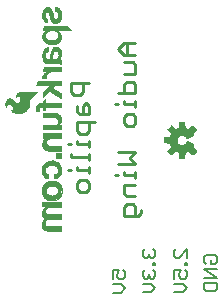
<source format=gbr>
G04 EAGLE Gerber RS-274X export*
G75*
%MOMM*%
%FSLAX34Y34*%
%LPD*%
%INSilkscreen Bottom*%
%IPPOS*%
%AMOC8*
5,1,8,0,0,1.08239X$1,22.5*%
G01*
%ADD10C,0.279400*%
%ADD11C,0.203200*%
%ADD12C,0.025400*%
%ADD13R,0.485100X0.495300*%

G36*
X169575Y168530D02*
X169575Y168530D01*
X169683Y168544D01*
X169695Y168550D01*
X169709Y168552D01*
X169805Y168604D01*
X169902Y168651D01*
X169912Y168661D01*
X169924Y168667D01*
X169998Y168747D01*
X170075Y168823D01*
X170081Y168835D01*
X170091Y168846D01*
X170136Y168944D01*
X170184Y169041D01*
X170188Y169059D01*
X170192Y169068D01*
X170194Y169089D01*
X170213Y169186D01*
X170656Y173537D01*
X171815Y173908D01*
X171833Y173918D01*
X171930Y173956D01*
X173012Y174513D01*
X176402Y171749D01*
X176496Y171695D01*
X176588Y171638D01*
X176601Y171635D01*
X176613Y171628D01*
X176720Y171607D01*
X176825Y171582D01*
X176839Y171584D01*
X176853Y171581D01*
X176960Y171596D01*
X177068Y171606D01*
X177081Y171612D01*
X177095Y171614D01*
X177192Y171662D01*
X177291Y171707D01*
X177304Y171718D01*
X177313Y171722D01*
X177328Y171738D01*
X177405Y171800D01*
X179990Y174385D01*
X180053Y174474D01*
X180119Y174559D01*
X180124Y174572D01*
X180132Y174584D01*
X180163Y174687D01*
X180199Y174790D01*
X180199Y174804D01*
X180203Y174817D01*
X180199Y174925D01*
X180200Y175034D01*
X180195Y175047D01*
X180195Y175061D01*
X180157Y175163D01*
X180122Y175265D01*
X180113Y175280D01*
X180109Y175289D01*
X180095Y175306D01*
X180041Y175388D01*
X177277Y178778D01*
X177834Y179860D01*
X177851Y179913D01*
X177877Y179962D01*
X177888Y180028D01*
X177909Y180092D01*
X177908Y180148D01*
X177917Y180202D01*
X177906Y180269D01*
X177905Y180336D01*
X177887Y180388D01*
X177878Y180443D01*
X177846Y180503D01*
X177823Y180566D01*
X177789Y180609D01*
X177763Y180659D01*
X177714Y180705D01*
X177672Y180757D01*
X177625Y180788D01*
X177585Y180826D01*
X177480Y180882D01*
X177467Y180890D01*
X177462Y180891D01*
X177455Y180895D01*
X172258Y183048D01*
X172159Y183071D01*
X172061Y183100D01*
X172040Y183099D01*
X172020Y183104D01*
X171919Y183094D01*
X171818Y183089D01*
X171798Y183082D01*
X171777Y183080D01*
X171685Y183038D01*
X171590Y183001D01*
X171574Y182988D01*
X171555Y182979D01*
X171481Y182910D01*
X171403Y182845D01*
X171387Y182822D01*
X171377Y182812D01*
X171365Y182791D01*
X171318Y182724D01*
X170812Y181825D01*
X170168Y181138D01*
X169380Y180623D01*
X168492Y180311D01*
X167555Y180219D01*
X166623Y180352D01*
X165749Y180703D01*
X164984Y181252D01*
X164371Y181966D01*
X163946Y182806D01*
X163732Y183723D01*
X163742Y184664D01*
X163976Y185576D01*
X164419Y186406D01*
X165048Y187107D01*
X165825Y187639D01*
X166706Y187970D01*
X167641Y188083D01*
X168558Y187975D01*
X169426Y187655D01*
X170195Y187141D01*
X170822Y186462D01*
X171317Y185578D01*
X171381Y185498D01*
X171441Y185415D01*
X171457Y185403D01*
X171470Y185387D01*
X171556Y185332D01*
X171639Y185272D01*
X171658Y185266D01*
X171675Y185256D01*
X171774Y185231D01*
X171873Y185201D01*
X171892Y185202D01*
X171912Y185197D01*
X172014Y185206D01*
X172116Y185209D01*
X172141Y185217D01*
X172155Y185218D01*
X172177Y185228D01*
X172258Y185252D01*
X177455Y187405D01*
X177502Y187434D01*
X177554Y187455D01*
X177605Y187498D01*
X177662Y187534D01*
X177697Y187577D01*
X177740Y187613D01*
X177774Y187670D01*
X177817Y187722D01*
X177836Y187774D01*
X177865Y187822D01*
X177879Y187888D01*
X177903Y187951D01*
X177905Y188006D01*
X177916Y188060D01*
X177909Y188127D01*
X177911Y188194D01*
X177895Y188248D01*
X177888Y188303D01*
X177844Y188414D01*
X177840Y188428D01*
X177837Y188432D01*
X177834Y188440D01*
X177277Y189522D01*
X180041Y192912D01*
X180095Y193006D01*
X180152Y193098D01*
X180155Y193111D01*
X180162Y193123D01*
X180183Y193230D01*
X180208Y193335D01*
X180206Y193349D01*
X180209Y193363D01*
X180194Y193470D01*
X180184Y193578D01*
X180178Y193591D01*
X180176Y193605D01*
X180128Y193702D01*
X180083Y193801D01*
X180072Y193814D01*
X180068Y193823D01*
X180052Y193838D01*
X179990Y193915D01*
X177405Y196500D01*
X177316Y196563D01*
X177231Y196629D01*
X177218Y196634D01*
X177206Y196642D01*
X177103Y196673D01*
X177000Y196709D01*
X176986Y196709D01*
X176973Y196713D01*
X176865Y196709D01*
X176756Y196710D01*
X176743Y196705D01*
X176729Y196705D01*
X176627Y196667D01*
X176525Y196632D01*
X176510Y196623D01*
X176501Y196619D01*
X176484Y196605D01*
X176402Y196551D01*
X173012Y193787D01*
X171930Y194344D01*
X171910Y194350D01*
X171815Y194392D01*
X170656Y194763D01*
X170213Y199114D01*
X170185Y199218D01*
X170160Y199324D01*
X170153Y199336D01*
X170150Y199349D01*
X170089Y199439D01*
X170032Y199532D01*
X170021Y199540D01*
X170013Y199552D01*
X169927Y199618D01*
X169843Y199687D01*
X169830Y199691D01*
X169819Y199700D01*
X169716Y199734D01*
X169615Y199773D01*
X169597Y199774D01*
X169588Y199778D01*
X169566Y199778D01*
X169468Y199787D01*
X165812Y199787D01*
X165705Y199770D01*
X165597Y199756D01*
X165585Y199750D01*
X165571Y199748D01*
X165475Y199696D01*
X165378Y199649D01*
X165368Y199639D01*
X165356Y199633D01*
X165282Y199553D01*
X165205Y199477D01*
X165199Y199465D01*
X165189Y199455D01*
X165144Y199356D01*
X165096Y199259D01*
X165092Y199241D01*
X165088Y199232D01*
X165086Y199211D01*
X165067Y199114D01*
X164624Y194763D01*
X163465Y194392D01*
X163447Y194382D01*
X163350Y194344D01*
X162268Y193787D01*
X158878Y196551D01*
X158784Y196605D01*
X158692Y196662D01*
X158679Y196665D01*
X158667Y196672D01*
X158560Y196693D01*
X158455Y196718D01*
X158441Y196716D01*
X158427Y196719D01*
X158320Y196704D01*
X158212Y196694D01*
X158199Y196688D01*
X158186Y196686D01*
X158088Y196638D01*
X157989Y196593D01*
X157976Y196582D01*
X157967Y196578D01*
X157952Y196562D01*
X157875Y196500D01*
X155290Y193915D01*
X155227Y193826D01*
X155161Y193741D01*
X155156Y193728D01*
X155148Y193716D01*
X155117Y193613D01*
X155081Y193510D01*
X155081Y193496D01*
X155077Y193483D01*
X155081Y193375D01*
X155080Y193266D01*
X155085Y193253D01*
X155085Y193239D01*
X155123Y193137D01*
X155158Y193035D01*
X155167Y193020D01*
X155171Y193011D01*
X155185Y192994D01*
X155239Y192912D01*
X158003Y189522D01*
X157446Y188440D01*
X157440Y188420D01*
X157398Y188325D01*
X157027Y187166D01*
X152676Y186723D01*
X152572Y186695D01*
X152466Y186670D01*
X152454Y186663D01*
X152441Y186660D01*
X152351Y186599D01*
X152258Y186542D01*
X152250Y186531D01*
X152238Y186523D01*
X152172Y186437D01*
X152104Y186353D01*
X152099Y186340D01*
X152090Y186329D01*
X152056Y186226D01*
X152017Y186125D01*
X152016Y186107D01*
X152012Y186098D01*
X152013Y186076D01*
X152003Y185978D01*
X152003Y182322D01*
X152020Y182215D01*
X152034Y182107D01*
X152040Y182095D01*
X152042Y182081D01*
X152094Y181985D01*
X152141Y181888D01*
X152151Y181878D01*
X152157Y181866D01*
X152237Y181792D01*
X152313Y181715D01*
X152325Y181709D01*
X152336Y181699D01*
X152434Y181654D01*
X152531Y181606D01*
X152549Y181602D01*
X152558Y181598D01*
X152579Y181596D01*
X152676Y181577D01*
X157027Y181134D01*
X157398Y179975D01*
X157408Y179957D01*
X157446Y179860D01*
X158003Y178778D01*
X155239Y175388D01*
X155185Y175294D01*
X155128Y175202D01*
X155125Y175189D01*
X155118Y175177D01*
X155097Y175070D01*
X155072Y174965D01*
X155074Y174951D01*
X155071Y174937D01*
X155086Y174830D01*
X155096Y174722D01*
X155102Y174709D01*
X155104Y174696D01*
X155152Y174598D01*
X155197Y174499D01*
X155208Y174486D01*
X155212Y174477D01*
X155228Y174462D01*
X155290Y174385D01*
X157875Y171800D01*
X157964Y171737D01*
X158049Y171671D01*
X158062Y171666D01*
X158074Y171658D01*
X158177Y171627D01*
X158280Y171591D01*
X158294Y171591D01*
X158307Y171587D01*
X158415Y171591D01*
X158524Y171590D01*
X158537Y171595D01*
X158551Y171595D01*
X158653Y171633D01*
X158755Y171668D01*
X158770Y171677D01*
X158779Y171681D01*
X158796Y171695D01*
X158878Y171749D01*
X162268Y174513D01*
X163350Y173956D01*
X163370Y173950D01*
X163465Y173908D01*
X164624Y173537D01*
X165067Y169186D01*
X165095Y169082D01*
X165120Y168976D01*
X165127Y168964D01*
X165130Y168951D01*
X165191Y168861D01*
X165248Y168768D01*
X165259Y168760D01*
X165267Y168748D01*
X165353Y168682D01*
X165437Y168614D01*
X165450Y168609D01*
X165461Y168600D01*
X165564Y168566D01*
X165665Y168527D01*
X165683Y168526D01*
X165692Y168522D01*
X165714Y168523D01*
X165812Y168513D01*
X169468Y168513D01*
X169575Y168530D01*
G37*
G36*
X29596Y206295D02*
X29596Y206295D01*
X29608Y206292D01*
X31515Y206580D01*
X31525Y206586D01*
X31537Y206586D01*
X33361Y207214D01*
X33370Y207221D01*
X33382Y207223D01*
X35063Y208170D01*
X35069Y208178D01*
X35080Y208181D01*
X36187Y209066D01*
X36191Y209074D01*
X36200Y209078D01*
X36227Y209106D01*
X36703Y209611D01*
X37172Y210109D01*
X37174Y210115D01*
X37176Y210116D01*
X37178Y210119D01*
X37183Y210123D01*
X38000Y211280D01*
X38002Y211290D01*
X38010Y211298D01*
X38610Y212528D01*
X38611Y212539D01*
X38619Y212549D01*
X38987Y213868D01*
X38985Y213879D01*
X38991Y213890D01*
X39115Y215254D01*
X39114Y215257D01*
X39114Y215258D01*
X39113Y215260D01*
X39115Y215265D01*
X39115Y217540D01*
X39180Y217908D01*
X39307Y218259D01*
X39896Y219249D01*
X40678Y220103D01*
X46160Y224975D01*
X46162Y224979D01*
X46167Y224981D01*
X46183Y225023D01*
X46202Y225064D01*
X46200Y225068D01*
X46202Y225073D01*
X46183Y225114D01*
X46168Y225156D01*
X46163Y225158D01*
X46161Y225162D01*
X46088Y225191D01*
X46077Y225195D01*
X46076Y225195D01*
X30912Y225195D01*
X30907Y225193D01*
X30901Y225195D01*
X30070Y225125D01*
X30059Y225119D01*
X30044Y225120D01*
X29245Y224880D01*
X29235Y224872D01*
X29221Y224870D01*
X28489Y224469D01*
X28481Y224459D01*
X28468Y224454D01*
X27918Y223984D01*
X27913Y223973D01*
X27901Y223966D01*
X27456Y223396D01*
X27453Y223384D01*
X27443Y223374D01*
X27122Y222726D01*
X27121Y222714D01*
X27113Y222702D01*
X26929Y222003D01*
X26931Y221992D01*
X26925Y221981D01*
X26852Y221041D01*
X26855Y221032D01*
X26852Y221021D01*
X26925Y220081D01*
X26927Y220077D01*
X26926Y220071D01*
X27002Y219588D01*
X27027Y219549D01*
X27048Y219509D01*
X27052Y219508D01*
X27054Y219505D01*
X27099Y219495D01*
X27143Y219483D01*
X27147Y219485D01*
X27151Y219484D01*
X27189Y219509D01*
X27228Y219533D01*
X27229Y219537D01*
X27233Y219539D01*
X27241Y219580D01*
X27253Y219620D01*
X27237Y219778D01*
X27265Y219916D01*
X27336Y220049D01*
X27935Y220873D01*
X28033Y220974D01*
X28049Y220991D01*
X28187Y221063D01*
X28602Y221156D01*
X29030Y221156D01*
X29446Y221063D01*
X29850Y220857D01*
X30178Y220544D01*
X30543Y219938D01*
X30750Y219260D01*
X30785Y218549D01*
X30688Y217939D01*
X30490Y217353D01*
X30197Y216810D01*
X29832Y216385D01*
X29372Y216070D01*
X28847Y215884D01*
X28291Y215841D01*
X27743Y215943D01*
X27240Y216183D01*
X26805Y216553D01*
X25264Y218006D01*
X25254Y218009D01*
X25248Y218018D01*
X23490Y219205D01*
X23477Y219207D01*
X23467Y219217D01*
X22779Y219497D01*
X22764Y219496D01*
X22749Y219505D01*
X22014Y219604D01*
X21999Y219600D01*
X21982Y219605D01*
X21245Y219518D01*
X21232Y219510D01*
X21214Y219510D01*
X20522Y219243D01*
X20511Y219232D01*
X20494Y219228D01*
X19891Y218797D01*
X19884Y218787D01*
X19872Y218781D01*
X19724Y218625D01*
X19724Y218624D01*
X19485Y218372D01*
X19247Y218120D01*
X19246Y218120D01*
X19214Y218085D01*
X19211Y218077D01*
X19203Y218072D01*
X18643Y217295D01*
X18640Y217285D01*
X18632Y217277D01*
X18244Y216497D01*
X18243Y216485D01*
X18235Y216474D01*
X18004Y215634D01*
X18005Y215622D01*
X17999Y215610D01*
X17933Y214742D01*
X17937Y214732D01*
X17933Y214720D01*
X18019Y213820D01*
X18023Y213811D01*
X18022Y213801D01*
X18242Y212923D01*
X18248Y212915D01*
X18249Y212903D01*
X18350Y212675D01*
X18502Y212319D01*
X18502Y212318D01*
X18723Y211814D01*
X18734Y211804D01*
X18739Y211787D01*
X19077Y211352D01*
X19084Y211349D01*
X19088Y211341D01*
X19113Y211316D01*
X19114Y211313D01*
X19206Y211278D01*
X19295Y211319D01*
X19328Y211404D01*
X19328Y212007D01*
X19386Y212518D01*
X19524Y213008D01*
X19779Y213489D01*
X20149Y213884D01*
X20609Y214170D01*
X21128Y214327D01*
X21431Y214339D01*
X21731Y214280D01*
X22225Y214074D01*
X22683Y213791D01*
X23093Y213440D01*
X23447Y213028D01*
X24098Y212126D01*
X24347Y211638D01*
X24445Y211109D01*
X24387Y210570D01*
X24322Y210396D01*
X24073Y210035D01*
X23734Y209761D01*
X23632Y209717D01*
X23511Y209701D01*
X22631Y209701D01*
X22590Y209684D01*
X22548Y209670D01*
X22546Y209665D01*
X22540Y209663D01*
X22524Y209622D01*
X22505Y209582D01*
X22507Y209576D01*
X22505Y209571D01*
X22517Y209544D01*
X22533Y209495D01*
X23454Y208369D01*
X23466Y208363D01*
X23473Y208351D01*
X24610Y207444D01*
X24621Y207441D01*
X24629Y207432D01*
X25563Y206930D01*
X25573Y206929D01*
X25581Y206923D01*
X26579Y206565D01*
X26588Y206565D01*
X26597Y206560D01*
X27636Y206353D01*
X27647Y206355D01*
X27657Y206351D01*
X29585Y206291D01*
X29596Y206295D01*
G37*
G36*
X59646Y264821D02*
X59646Y264821D01*
X59656Y264826D01*
X59668Y264824D01*
X61044Y265147D01*
X61053Y265154D01*
X61065Y265154D01*
X62365Y265710D01*
X62373Y265718D01*
X62384Y265720D01*
X63569Y266492D01*
X63575Y266501D01*
X63586Y266506D01*
X64293Y267163D01*
X64297Y267173D01*
X64307Y267179D01*
X64892Y267947D01*
X64894Y267958D01*
X64903Y267965D01*
X65349Y268821D01*
X65350Y268832D01*
X65358Y268841D01*
X65652Y269760D01*
X65651Y269770D01*
X65657Y269780D01*
X65846Y270992D01*
X65844Y271001D01*
X65847Y271010D01*
X65864Y272237D01*
X65861Y272245D01*
X65863Y272255D01*
X65708Y273472D01*
X65703Y273482D01*
X65703Y273494D01*
X65439Y274338D01*
X65431Y274348D01*
X65428Y274363D01*
X64991Y275132D01*
X64981Y275140D01*
X64976Y275154D01*
X64386Y275814D01*
X64374Y275820D01*
X64366Y275832D01*
X63650Y276352D01*
X63648Y276353D01*
X74752Y276353D01*
X74796Y276371D01*
X74840Y276388D01*
X74840Y276390D01*
X74843Y276391D01*
X74860Y276435D01*
X74878Y276479D01*
X74877Y276481D01*
X74878Y276483D01*
X74869Y276504D01*
X74846Y276564D01*
X71112Y280704D01*
X71106Y280706D01*
X71103Y280712D01*
X71043Y280736D01*
X71023Y280745D01*
X71020Y280744D01*
X71018Y280745D01*
X50444Y280745D01*
X50407Y280730D01*
X50368Y280720D01*
X50362Y280711D01*
X50353Y280707D01*
X50342Y280679D01*
X50320Y280643D01*
X49584Y276757D01*
X49587Y276742D01*
X49582Y276727D01*
X49597Y276695D01*
X49605Y276660D01*
X49618Y276652D01*
X49624Y276639D01*
X49663Y276624D01*
X49688Y276608D01*
X49699Y276611D01*
X49710Y276607D01*
X51627Y276631D01*
X51478Y276497D01*
X51477Y276496D01*
X51476Y276496D01*
X50511Y275607D01*
X50509Y275601D01*
X50502Y275597D01*
X50201Y275254D01*
X50197Y275243D01*
X50187Y275235D01*
X49954Y274841D01*
X49953Y274832D01*
X49946Y274824D01*
X49413Y273503D01*
X49413Y273492D01*
X49407Y273482D01*
X49305Y273000D01*
X49307Y272988D01*
X49302Y272976D01*
X49277Y270995D01*
X49281Y270984D01*
X49279Y270972D01*
X49462Y269887D01*
X49469Y269877D01*
X49469Y269863D01*
X49869Y268838D01*
X49877Y268831D01*
X49879Y268819D01*
X50420Y267917D01*
X50426Y267912D01*
X50429Y267903D01*
X51082Y267079D01*
X51092Y267073D01*
X51097Y267063D01*
X51987Y266271D01*
X52000Y266267D01*
X52009Y266255D01*
X53050Y265676D01*
X53062Y265674D01*
X53073Y265666D01*
X55186Y264992D01*
X55197Y264993D01*
X55208Y264987D01*
X57408Y264704D01*
X57419Y264707D01*
X57431Y264703D01*
X59646Y264821D01*
G37*
G36*
X65407Y106682D02*
X65407Y106682D01*
X65409Y106681D01*
X65452Y106701D01*
X65496Y106719D01*
X65496Y106721D01*
X65498Y106722D01*
X65531Y106807D01*
X65531Y111049D01*
X65530Y111051D01*
X65531Y111053D01*
X65511Y111096D01*
X65493Y111140D01*
X65491Y111140D01*
X65490Y111142D01*
X65405Y111175D01*
X55126Y111175D01*
X54246Y111282D01*
X53424Y111594D01*
X53041Y111855D01*
X52727Y112198D01*
X52501Y112604D01*
X52373Y113052D01*
X52305Y113956D01*
X52397Y114859D01*
X52523Y115269D01*
X52733Y115641D01*
X53019Y115959D01*
X53547Y116344D01*
X54142Y116617D01*
X54781Y116766D01*
X55884Y116841D01*
X65405Y116841D01*
X65407Y116842D01*
X65409Y116841D01*
X65452Y116861D01*
X65496Y116879D01*
X65496Y116881D01*
X65498Y116882D01*
X65531Y116967D01*
X65531Y121285D01*
X65530Y121287D01*
X65531Y121289D01*
X65511Y121332D01*
X65493Y121376D01*
X65491Y121376D01*
X65490Y121378D01*
X65405Y121411D01*
X54846Y121411D01*
X54183Y121491D01*
X53564Y121722D01*
X53017Y122092D01*
X52699Y122439D01*
X52466Y122848D01*
X52330Y123298D01*
X52299Y123775D01*
X52348Y124623D01*
X52430Y125063D01*
X52608Y125467D01*
X52874Y125822D01*
X53818Y126641D01*
X54356Y126925D01*
X54947Y127056D01*
X55569Y127026D01*
X55572Y127027D01*
X55575Y127026D01*
X65380Y127026D01*
X65382Y127027D01*
X65384Y127026D01*
X65427Y127046D01*
X65471Y127064D01*
X65471Y127066D01*
X65473Y127067D01*
X65506Y127152D01*
X65506Y131470D01*
X65505Y131472D01*
X65506Y131474D01*
X65486Y131517D01*
X65468Y131561D01*
X65466Y131561D01*
X65465Y131563D01*
X65380Y131596D01*
X49327Y131596D01*
X49325Y131595D01*
X49323Y131596D01*
X49280Y131576D01*
X49236Y131558D01*
X49236Y131556D01*
X49234Y131555D01*
X49201Y131470D01*
X49201Y127483D01*
X49202Y127481D01*
X49201Y127479D01*
X49221Y127436D01*
X49239Y127392D01*
X49241Y127392D01*
X49242Y127390D01*
X49327Y127357D01*
X51380Y127357D01*
X51373Y127326D01*
X50977Y127024D01*
X50974Y127018D01*
X50966Y127015D01*
X50179Y126253D01*
X50176Y126245D01*
X50169Y126241D01*
X49557Y125479D01*
X49553Y125465D01*
X49540Y125453D01*
X49136Y124563D01*
X49136Y124551D01*
X49128Y124540D01*
X48874Y123448D01*
X48876Y123439D01*
X48871Y123431D01*
X48744Y122059D01*
X48747Y122049D01*
X48744Y122038D01*
X48814Y121081D01*
X48819Y121071D01*
X48818Y121069D01*
X48819Y121067D01*
X48818Y121056D01*
X49079Y120133D01*
X49086Y120123D01*
X49088Y120110D01*
X49491Y119320D01*
X49500Y119312D01*
X49504Y119299D01*
X50050Y118601D01*
X50061Y118595D01*
X50067Y118583D01*
X50736Y118001D01*
X50748Y117998D01*
X50756Y117987D01*
X51414Y117607D01*
X51372Y117565D01*
X50891Y117110D01*
X50890Y117107D01*
X50887Y117106D01*
X50128Y116318D01*
X50125Y116309D01*
X50116Y116304D01*
X49478Y115415D01*
X49476Y115404D01*
X49468Y115396D01*
X49074Y114591D01*
X49074Y114579D01*
X49066Y114568D01*
X48834Y113703D01*
X48836Y113691D01*
X48830Y113679D01*
X48769Y112785D01*
X48772Y112776D01*
X48769Y112765D01*
X48876Y111486D01*
X48880Y111479D01*
X48878Y111472D01*
X49127Y110212D01*
X49133Y110203D01*
X49133Y110191D01*
X49459Y109325D01*
X49469Y109315D01*
X49472Y109300D01*
X49979Y108526D01*
X49991Y108519D01*
X49997Y108505D01*
X50661Y107859D01*
X50672Y107855D01*
X50675Y107850D01*
X50678Y107849D01*
X50682Y107843D01*
X51621Y107255D01*
X51634Y107253D01*
X51644Y107243D01*
X52683Y106857D01*
X52696Y106858D01*
X52708Y106851D01*
X53804Y106682D01*
X53813Y106685D01*
X53823Y106681D01*
X65405Y106681D01*
X65407Y106682D01*
G37*
G36*
X65408Y248043D02*
X65408Y248043D01*
X65434Y248044D01*
X65451Y248063D01*
X65473Y248073D01*
X65484Y248100D01*
X65500Y248118D01*
X65498Y248137D01*
X65506Y248158D01*
X65506Y252192D01*
X65509Y252228D01*
X65500Y252256D01*
X65496Y252296D01*
X65477Y252333D01*
X65455Y252352D01*
X65431Y252384D01*
X65395Y252406D01*
X65378Y252408D01*
X65362Y252420D01*
X65082Y252496D01*
X65079Y252495D01*
X65076Y252497D01*
X64047Y252724D01*
X64024Y252734D01*
X64018Y252740D01*
X64016Y252748D01*
X64017Y252757D01*
X64033Y252781D01*
X64736Y253608D01*
X64740Y253619D01*
X64750Y253628D01*
X65290Y254579D01*
X65291Y254590D01*
X65300Y254600D01*
X65652Y255635D01*
X65651Y255647D01*
X65657Y255657D01*
X65898Y257275D01*
X65895Y257285D01*
X65899Y257296D01*
X65861Y258931D01*
X65856Y258942D01*
X65858Y258956D01*
X65550Y260328D01*
X65542Y260339D01*
X65541Y260354D01*
X64935Y261623D01*
X64925Y261632D01*
X64921Y261646D01*
X64579Y262094D01*
X64569Y262100D01*
X64563Y262112D01*
X64143Y262489D01*
X64132Y262493D01*
X64124Y262503D01*
X63641Y262795D01*
X63630Y262797D01*
X63620Y262805D01*
X62627Y263178D01*
X62616Y263178D01*
X62605Y263184D01*
X61561Y263373D01*
X61550Y263370D01*
X61538Y263375D01*
X60477Y263372D01*
X60465Y263367D01*
X60450Y263369D01*
X59509Y263163D01*
X59497Y263154D01*
X59480Y263153D01*
X58618Y262724D01*
X58609Y262714D01*
X58594Y262709D01*
X57985Y262211D01*
X57979Y262200D01*
X57967Y262193D01*
X57469Y261583D01*
X57466Y261571D01*
X57455Y261562D01*
X57089Y260866D01*
X57088Y260855D01*
X57081Y260846D01*
X56597Y259361D01*
X56598Y259353D01*
X56593Y259344D01*
X56315Y257807D01*
X56316Y257803D01*
X56313Y257798D01*
X56085Y255592D01*
X55859Y254286D01*
X55694Y253817D01*
X55448Y253389D01*
X55187Y253105D01*
X55100Y253045D01*
X55003Y253003D01*
X54482Y252892D01*
X53951Y252892D01*
X53430Y253003D01*
X53116Y253142D01*
X52837Y253341D01*
X52603Y253594D01*
X52410Y253908D01*
X52282Y254254D01*
X52221Y254623D01*
X52171Y255978D01*
X52225Y256565D01*
X52390Y257126D01*
X52645Y257590D01*
X53001Y257980D01*
X53439Y258275D01*
X53934Y258459D01*
X54466Y258522D01*
X54508Y258522D01*
X54510Y258523D01*
X54512Y258522D01*
X54555Y258542D01*
X54599Y258560D01*
X54599Y258562D01*
X54601Y258563D01*
X54634Y258648D01*
X54634Y262789D01*
X54636Y262790D01*
X54646Y262832D01*
X54660Y262874D01*
X54657Y262880D01*
X54658Y262886D01*
X54642Y262911D01*
X54622Y262956D01*
X54596Y262981D01*
X54553Y262997D01*
X54504Y263016D01*
X54461Y262996D01*
X54418Y262977D01*
X53527Y262855D01*
X53516Y262849D01*
X53501Y262849D01*
X52560Y262515D01*
X52550Y262506D01*
X52536Y262503D01*
X51683Y261984D01*
X51675Y261973D01*
X51662Y261968D01*
X50932Y261285D01*
X50927Y261273D01*
X50915Y261265D01*
X50341Y260448D01*
X50338Y260436D01*
X50329Y260427D01*
X49800Y259269D01*
X49800Y259259D01*
X49793Y259250D01*
X49459Y258021D01*
X49460Y258012D01*
X49456Y258003D01*
X49242Y256263D01*
X49245Y256255D01*
X49242Y256247D01*
X49250Y254493D01*
X49253Y254486D01*
X49251Y254477D01*
X49481Y252738D01*
X49486Y252730D01*
X49485Y252719D01*
X49910Y251305D01*
X49918Y251296D01*
X49919Y251282D01*
X50613Y249979D01*
X50623Y249970D01*
X50628Y249956D01*
X51111Y249394D01*
X51125Y249387D01*
X51134Y249373D01*
X51739Y248946D01*
X51754Y248943D01*
X51766Y248931D01*
X52457Y248664D01*
X52472Y248665D01*
X52487Y248657D01*
X53223Y248566D01*
X53230Y248568D01*
X53238Y248565D01*
X58064Y248565D01*
X58066Y248566D01*
X58068Y248565D01*
X58083Y248572D01*
X58167Y248540D01*
X62505Y248565D01*
X63842Y248463D01*
X65137Y248114D01*
X65336Y248040D01*
X65361Y248041D01*
X65384Y248032D01*
X65408Y248043D01*
G37*
G36*
X65445Y218598D02*
X65445Y218598D01*
X65457Y218596D01*
X65488Y218618D01*
X65524Y218635D01*
X65528Y218646D01*
X65537Y218652D01*
X65542Y218682D01*
X65556Y218720D01*
X65531Y223800D01*
X65524Y223817D01*
X65526Y223835D01*
X65504Y223864D01*
X65492Y223890D01*
X65480Y223895D01*
X65470Y223907D01*
X58492Y228140D01*
X58698Y228352D01*
X58820Y228479D01*
X58943Y228605D01*
X59311Y228984D01*
X59434Y229110D01*
X59557Y229236D01*
X59925Y229615D01*
X60047Y229741D01*
X60099Y229795D01*
X65507Y229795D01*
X65509Y229796D01*
X65511Y229795D01*
X65554Y229815D01*
X65598Y229833D01*
X65598Y229835D01*
X65600Y229836D01*
X65633Y229921D01*
X65633Y234061D01*
X65632Y234064D01*
X65633Y234067D01*
X65596Y234150D01*
X65545Y234201D01*
X65542Y234203D01*
X65541Y234205D01*
X65456Y234238D01*
X46126Y234238D01*
X46107Y234230D01*
X46087Y234232D01*
X46060Y234211D01*
X46035Y234200D01*
X46030Y234186D01*
X46016Y234175D01*
X43654Y230035D01*
X43650Y230000D01*
X43638Y229968D01*
X43645Y229953D01*
X43643Y229937D01*
X43665Y229910D01*
X43679Y229879D01*
X43695Y229872D01*
X43705Y229860D01*
X43732Y229858D01*
X43764Y229846D01*
X55194Y229846D01*
X49720Y224371D01*
X49719Y224368D01*
X49716Y224367D01*
X49683Y224282D01*
X49683Y219608D01*
X49683Y219606D01*
X49683Y219605D01*
X49703Y219561D01*
X49721Y219517D01*
X49723Y219517D01*
X49724Y219515D01*
X49768Y219499D01*
X49813Y219482D01*
X49815Y219483D01*
X49816Y219482D01*
X49899Y219520D01*
X55465Y225211D01*
X65360Y218614D01*
X65398Y218607D01*
X65435Y218593D01*
X65445Y218598D01*
G37*
G36*
X65407Y192382D02*
X65407Y192382D01*
X65409Y192381D01*
X65452Y192401D01*
X65496Y192419D01*
X65496Y192421D01*
X65498Y192422D01*
X65531Y192507D01*
X65531Y196520D01*
X65530Y196522D01*
X65531Y196524D01*
X65511Y196567D01*
X65493Y196611D01*
X65491Y196611D01*
X65490Y196613D01*
X65405Y196646D01*
X63348Y196646D01*
X63989Y197153D01*
X63993Y197161D01*
X64002Y197165D01*
X64051Y197217D01*
X64171Y197343D01*
X64291Y197469D01*
X64410Y197595D01*
X64530Y197722D01*
X64650Y197848D01*
X64770Y197974D01*
X64787Y197992D01*
X64790Y198001D01*
X64798Y198006D01*
X65457Y198936D01*
X65459Y198945D01*
X65467Y198953D01*
X65590Y199198D01*
X65590Y199209D01*
X65597Y199218D01*
X65678Y199480D01*
X65677Y199489D01*
X65682Y199498D01*
X65906Y200976D01*
X65903Y200984D01*
X65907Y200992D01*
X65937Y202486D01*
X65933Y202496D01*
X65936Y202507D01*
X65789Y203540D01*
X65783Y203551D01*
X65783Y203564D01*
X65440Y204550D01*
X65432Y204559D01*
X65430Y204572D01*
X64904Y205474D01*
X64894Y205481D01*
X64889Y205494D01*
X64661Y205748D01*
X64650Y205754D01*
X64642Y205765D01*
X63757Y206426D01*
X63746Y206428D01*
X63737Y206438D01*
X62747Y206926D01*
X62735Y206926D01*
X62725Y206934D01*
X61662Y207234D01*
X61651Y207232D01*
X61639Y207238D01*
X60540Y207339D01*
X60534Y207337D01*
X60528Y207339D01*
X49733Y207339D01*
X49731Y207338D01*
X49729Y207339D01*
X49686Y207319D01*
X49642Y207301D01*
X49642Y207299D01*
X49640Y207298D01*
X49607Y207213D01*
X49607Y203073D01*
X49608Y203071D01*
X49607Y203069D01*
X49627Y203026D01*
X49645Y202982D01*
X49647Y202982D01*
X49648Y202980D01*
X49733Y202947D01*
X59730Y202947D01*
X60560Y202798D01*
X61328Y202455D01*
X61690Y202183D01*
X61991Y201842D01*
X62216Y201447D01*
X62439Y200758D01*
X62519Y200039D01*
X62452Y199318D01*
X62240Y198627D01*
X61952Y198117D01*
X61555Y197686D01*
X61070Y197359D01*
X60520Y197150D01*
X59316Y196925D01*
X58086Y196849D01*
X49784Y196849D01*
X49782Y196848D01*
X49780Y196849D01*
X49737Y196829D01*
X49693Y196811D01*
X49693Y196809D01*
X49691Y196808D01*
X49658Y196723D01*
X49658Y192507D01*
X49659Y192505D01*
X49658Y192503D01*
X49678Y192460D01*
X49696Y192416D01*
X49698Y192416D01*
X49699Y192414D01*
X49784Y192381D01*
X65405Y192381D01*
X65407Y192382D01*
G37*
G36*
X65382Y175237D02*
X65382Y175237D01*
X65384Y175236D01*
X65427Y175256D01*
X65471Y175274D01*
X65471Y175276D01*
X65473Y175277D01*
X65506Y175362D01*
X65506Y179451D01*
X65505Y179453D01*
X65506Y179455D01*
X65486Y179498D01*
X65468Y179542D01*
X65466Y179542D01*
X65465Y179544D01*
X65380Y179577D01*
X55734Y179577D01*
X55016Y179642D01*
X54328Y179833D01*
X53686Y180143D01*
X53299Y180439D01*
X52990Y180813D01*
X52773Y181248D01*
X52696Y181548D01*
X52679Y181864D01*
X52729Y182969D01*
X52816Y183525D01*
X53020Y184041D01*
X53334Y184498D01*
X53903Y185015D01*
X54582Y185378D01*
X55332Y185595D01*
X56115Y185675D01*
X65481Y185675D01*
X65483Y185676D01*
X65485Y185675D01*
X65528Y185695D01*
X65572Y185713D01*
X65572Y185715D01*
X65574Y185716D01*
X65607Y185801D01*
X65607Y190017D01*
X65606Y190019D01*
X65607Y190021D01*
X65587Y190064D01*
X65569Y190108D01*
X65567Y190108D01*
X65566Y190110D01*
X65481Y190143D01*
X49759Y190143D01*
X49757Y190142D01*
X49755Y190143D01*
X49712Y190123D01*
X49668Y190105D01*
X49668Y190103D01*
X49666Y190102D01*
X49633Y190017D01*
X49633Y185979D01*
X49634Y185977D01*
X49633Y185975D01*
X49653Y185932D01*
X49671Y185888D01*
X49673Y185888D01*
X49674Y185886D01*
X49759Y185853D01*
X51827Y185853D01*
X51798Y185811D01*
X51662Y185697D01*
X51284Y185420D01*
X51282Y185416D01*
X51277Y185414D01*
X50804Y185012D01*
X50800Y185005D01*
X50792Y185001D01*
X50376Y184540D01*
X50373Y184530D01*
X50363Y184522D01*
X49796Y183624D01*
X49793Y183611D01*
X49784Y183600D01*
X49415Y182604D01*
X49415Y182591D01*
X49408Y182578D01*
X49253Y181526D01*
X49256Y181516D01*
X49252Y181505D01*
X49260Y181166D01*
X49260Y181165D01*
X49282Y180282D01*
X49292Y179903D01*
X49302Y179499D01*
X49306Y179489D01*
X49304Y179476D01*
X49510Y178499D01*
X49518Y178487D01*
X49519Y178471D01*
X49941Y177566D01*
X49952Y177557D01*
X49956Y177542D01*
X50574Y176757D01*
X50585Y176751D01*
X50591Y176739D01*
X51166Y176250D01*
X51177Y176247D01*
X51184Y176237D01*
X51833Y175853D01*
X51844Y175851D01*
X51853Y175843D01*
X52558Y175574D01*
X52567Y175574D01*
X52576Y175569D01*
X53683Y175329D01*
X53692Y175331D01*
X53700Y175327D01*
X54829Y175236D01*
X54834Y175238D01*
X54839Y175236D01*
X65380Y175236D01*
X65382Y175237D01*
G37*
G36*
X58994Y133428D02*
X58994Y133428D01*
X59002Y133432D01*
X59013Y133431D01*
X61477Y134117D01*
X61491Y134128D01*
X61510Y134132D01*
X62805Y134945D01*
X62814Y134957D01*
X62829Y134965D01*
X63972Y136159D01*
X63976Y136168D01*
X63984Y136173D01*
X64771Y137290D01*
X64775Y137307D01*
X64787Y137322D01*
X65422Y139176D01*
X65421Y139190D01*
X65429Y139204D01*
X65683Y141719D01*
X65678Y141733D01*
X65682Y141749D01*
X65276Y144746D01*
X65264Y144767D01*
X65258Y144796D01*
X63480Y147641D01*
X63468Y147650D01*
X63463Y147659D01*
X63454Y147662D01*
X63441Y147680D01*
X60952Y149280D01*
X60929Y149284D01*
X60904Y149299D01*
X57018Y149909D01*
X56996Y149903D01*
X56970Y149907D01*
X53414Y149094D01*
X53393Y149079D01*
X53364Y149070D01*
X50646Y146936D01*
X50634Y146914D01*
X50611Y146893D01*
X48934Y143515D01*
X48933Y143495D01*
X48922Y143474D01*
X48745Y142001D01*
X48747Y141994D01*
X48744Y141986D01*
X48744Y141935D01*
X48752Y141915D01*
X48753Y141889D01*
X48803Y141762D01*
X48823Y141741D01*
X48835Y141715D01*
X48857Y141706D01*
X48872Y141691D01*
X48895Y141692D01*
X48920Y141682D01*
X51841Y141682D01*
X51881Y141699D01*
X51922Y141711D01*
X51926Y141718D01*
X51932Y141720D01*
X51943Y141748D01*
X51966Y141791D01*
X52116Y142886D01*
X52751Y144034D01*
X53835Y144822D01*
X54724Y145218D01*
X56198Y145492D01*
X58057Y145543D01*
X59306Y145368D01*
X60454Y144993D01*
X61481Y144455D01*
X62489Y142807D01*
X62711Y141059D01*
X62119Y139308D01*
X61138Y138229D01*
X59928Y137686D01*
X58380Y137311D01*
X56955Y137311D01*
X55026Y137562D01*
X53414Y138306D01*
X52605Y139140D01*
X52092Y140093D01*
X51993Y141280D01*
X51993Y141376D01*
X51992Y141379D01*
X51993Y141382D01*
X51973Y141424D01*
X51955Y141467D01*
X51952Y141468D01*
X51950Y141471D01*
X51865Y141502D01*
X51863Y141502D01*
X48893Y141452D01*
X48884Y141448D01*
X48875Y141451D01*
X48840Y141429D01*
X48803Y141412D01*
X48800Y141404D01*
X48792Y141399D01*
X48779Y141347D01*
X48769Y141320D01*
X48771Y141315D01*
X48770Y141310D01*
X49024Y139303D01*
X49030Y139292D01*
X49030Y139278D01*
X49589Y137652D01*
X49600Y137640D01*
X49604Y137621D01*
X50975Y135640D01*
X50988Y135632D01*
X50997Y135616D01*
X52267Y134524D01*
X52283Y134519D01*
X52298Y134505D01*
X54635Y133464D01*
X54652Y133463D01*
X54670Y133454D01*
X56855Y133174D01*
X56870Y133178D01*
X56886Y133174D01*
X58994Y133428D01*
G37*
G36*
X61604Y282652D02*
X61604Y282652D01*
X61612Y282656D01*
X61622Y282655D01*
X62286Y282798D01*
X62296Y282804D01*
X62309Y282805D01*
X62934Y283071D01*
X62943Y283079D01*
X62955Y283082D01*
X63519Y283461D01*
X63526Y283471D01*
X63537Y283476D01*
X64280Y284202D01*
X64284Y284212D01*
X64295Y284218D01*
X64901Y285062D01*
X64903Y285072D01*
X64912Y285081D01*
X65363Y286016D01*
X65364Y286027D01*
X65371Y286037D01*
X65654Y287037D01*
X65652Y287045D01*
X65657Y287054D01*
X65839Y288368D01*
X65838Y288375D01*
X65840Y288381D01*
X65887Y289708D01*
X65885Y289714D01*
X65887Y289721D01*
X65709Y292287D01*
X65704Y292296D01*
X65706Y292306D01*
X65494Y293227D01*
X65486Y293238D01*
X65485Y293252D01*
X65088Y294109D01*
X65081Y294115D01*
X65079Y294124D01*
X64317Y295318D01*
X64311Y295323D01*
X64308Y295331D01*
X63877Y295846D01*
X63866Y295851D01*
X63860Y295863D01*
X63336Y296283D01*
X63325Y296287D01*
X63316Y296297D01*
X62720Y296606D01*
X62711Y296607D01*
X62703Y296614D01*
X61433Y297046D01*
X61423Y297045D01*
X61414Y297050D01*
X60830Y297152D01*
X60823Y297151D01*
X60817Y297154D01*
X60461Y297179D01*
X60454Y297177D01*
X60448Y297179D01*
X60422Y297167D01*
X60392Y297164D01*
X60391Y297163D01*
X60390Y297163D01*
X60381Y297152D01*
X60368Y297147D01*
X60365Y297141D01*
X60359Y297138D01*
X60347Y297108D01*
X60331Y297088D01*
X60331Y297086D01*
X60330Y297085D01*
X60331Y297070D01*
X60326Y297058D01*
X60327Y297056D01*
X60326Y297053D01*
X60326Y293192D01*
X60327Y293190D01*
X60326Y293188D01*
X60346Y293145D01*
X60364Y293101D01*
X60366Y293101D01*
X60367Y293099D01*
X60452Y293066D01*
X60499Y293066D01*
X60996Y293037D01*
X61458Y292891D01*
X61872Y292635D01*
X62315Y292193D01*
X62652Y291666D01*
X62869Y291079D01*
X62942Y290517D01*
X62942Y289187D01*
X62868Y288584D01*
X62671Y288017D01*
X62359Y287504D01*
X62269Y287413D01*
X62144Y287287D01*
X62075Y287217D01*
X61730Y287008D01*
X61345Y286891D01*
X60941Y286874D01*
X60546Y286959D01*
X60184Y287140D01*
X59880Y287405D01*
X59649Y287741D01*
X59179Y288848D01*
X58873Y290021D01*
X58010Y293653D01*
X58005Y293660D01*
X58005Y293669D01*
X57699Y294477D01*
X57693Y294484D01*
X57691Y294494D01*
X57264Y295245D01*
X57257Y295251D01*
X57253Y295261D01*
X56716Y295938D01*
X56706Y295943D01*
X56700Y295954D01*
X56315Y296291D01*
X56302Y296295D01*
X56293Y296306D01*
X55846Y296555D01*
X55833Y296556D01*
X55822Y296565D01*
X55333Y296717D01*
X55321Y296715D01*
X55308Y296722D01*
X54172Y296827D01*
X54159Y296824D01*
X54146Y296827D01*
X53012Y296698D01*
X53001Y296692D01*
X52987Y296693D01*
X51903Y296335D01*
X51894Y296327D01*
X51880Y296325D01*
X51358Y296026D01*
X51351Y296016D01*
X51338Y296011D01*
X50883Y295617D01*
X50878Y295606D01*
X50867Y295599D01*
X50497Y295123D01*
X50494Y295112D01*
X50485Y295103D01*
X49831Y293822D01*
X49830Y293811D01*
X49823Y293801D01*
X49412Y292423D01*
X49413Y292412D01*
X49407Y292400D01*
X49252Y290971D01*
X49254Y290964D01*
X49252Y290957D01*
X49252Y289154D01*
X49254Y289148D01*
X49252Y289141D01*
X49392Y287748D01*
X49397Y287739D01*
X49396Y287728D01*
X49764Y286377D01*
X49772Y286368D01*
X49773Y286354D01*
X50311Y285257D01*
X50321Y285248D01*
X50325Y285234D01*
X51082Y284275D01*
X51092Y284269D01*
X51098Y284258D01*
X51493Y283910D01*
X51502Y283907D01*
X51508Y283898D01*
X51950Y283612D01*
X51960Y283610D01*
X51967Y283603D01*
X52755Y283247D01*
X52760Y283247D01*
X52764Y283243D01*
X53322Y283040D01*
X53356Y283042D01*
X53390Y283035D01*
X53404Y283044D01*
X53416Y283035D01*
X53422Y283037D01*
X53429Y283033D01*
X54140Y282957D01*
X54148Y282960D01*
X54157Y282957D01*
X54194Y282974D01*
X54234Y282986D01*
X54238Y282994D01*
X54246Y282998D01*
X54266Y283048D01*
X54279Y283074D01*
X54277Y283078D01*
X54279Y283083D01*
X54279Y286969D01*
X54261Y287013D01*
X54243Y287057D01*
X54242Y287058D01*
X54241Y287060D01*
X54222Y287067D01*
X54161Y287095D01*
X53901Y287111D01*
X53658Y287166D01*
X53306Y287316D01*
X52993Y287534D01*
X52729Y287810D01*
X52458Y288232D01*
X52269Y288699D01*
X52171Y289195D01*
X52127Y290043D01*
X52171Y290891D01*
X52256Y291340D01*
X52413Y291764D01*
X52608Y292065D01*
X52876Y292298D01*
X53218Y292453D01*
X53590Y292501D01*
X53959Y292436D01*
X54320Y292252D01*
X54613Y291969D01*
X55029Y291294D01*
X55301Y290542D01*
X55705Y288519D01*
X55706Y288518D01*
X55706Y288517D01*
X56087Y286794D01*
X56092Y286787D01*
X56092Y286778D01*
X56702Y285122D01*
X56708Y285116D01*
X56709Y285106D01*
X57114Y284350D01*
X57121Y284344D01*
X57124Y284335D01*
X57632Y283643D01*
X57642Y283638D01*
X57647Y283626D01*
X57997Y283294D01*
X58009Y283289D01*
X58018Y283278D01*
X58430Y283026D01*
X58444Y283024D01*
X58456Y283014D01*
X59459Y282677D01*
X59474Y282678D01*
X59488Y282670D01*
X60543Y282576D01*
X60552Y282579D01*
X60563Y282576D01*
X61604Y282652D01*
G37*
G36*
X59465Y150980D02*
X59465Y150980D01*
X59469Y150979D01*
X59944Y151011D01*
X59951Y151015D01*
X59961Y151013D01*
X60426Y151108D01*
X60435Y151114D01*
X60447Y151114D01*
X61838Y151656D01*
X61847Y151665D01*
X61861Y151668D01*
X63112Y152483D01*
X63119Y152494D01*
X63132Y152499D01*
X64190Y153552D01*
X64195Y153564D01*
X64207Y153573D01*
X65027Y154820D01*
X65030Y154831D01*
X65038Y154840D01*
X65500Y155933D01*
X65500Y155943D01*
X65506Y155952D01*
X65788Y157105D01*
X65787Y157115D01*
X65791Y157125D01*
X65887Y158308D01*
X65884Y158316D01*
X65887Y158326D01*
X65788Y159912D01*
X65785Y159919D01*
X65786Y159927D01*
X65504Y161490D01*
X65499Y161498D01*
X65500Y161508D01*
X65145Y162578D01*
X65139Y162586D01*
X65137Y162597D01*
X64611Y163594D01*
X64603Y163601D01*
X64599Y163612D01*
X63915Y164508D01*
X63906Y164513D01*
X63901Y164524D01*
X63078Y165294D01*
X63069Y165298D01*
X63062Y165307D01*
X62046Y165989D01*
X62036Y165991D01*
X62028Y165999D01*
X60918Y166513D01*
X60908Y166514D01*
X60899Y166520D01*
X59721Y166854D01*
X59711Y166853D01*
X59702Y166858D01*
X58486Y167003D01*
X58477Y167001D01*
X58467Y167004D01*
X55978Y166928D01*
X55969Y166924D01*
X55957Y166926D01*
X54467Y166628D01*
X54457Y166621D01*
X54444Y166621D01*
X53038Y166044D01*
X53030Y166036D01*
X53017Y166033D01*
X51746Y165199D01*
X51740Y165189D01*
X51728Y165184D01*
X50640Y164123D01*
X50635Y164112D01*
X50624Y164104D01*
X49759Y162855D01*
X49756Y162843D01*
X49747Y162834D01*
X49135Y161443D01*
X49135Y161431D01*
X49128Y161419D01*
X48795Y159913D01*
X48798Y159901D01*
X48792Y159888D01*
X48769Y158346D01*
X48772Y158337D01*
X48770Y158328D01*
X48959Y156893D01*
X48962Y156888D01*
X48961Y156882D01*
X49280Y155471D01*
X49286Y155463D01*
X49286Y155453D01*
X49743Y154296D01*
X49753Y154286D01*
X49756Y154272D01*
X50453Y153241D01*
X50464Y153234D01*
X50471Y153220D01*
X51374Y152365D01*
X51386Y152360D01*
X51396Y152348D01*
X52462Y151708D01*
X52474Y151706D01*
X52483Y151698D01*
X53638Y151273D01*
X53648Y151273D01*
X53657Y151268D01*
X54865Y151031D01*
X54879Y151034D01*
X54893Y151029D01*
X54926Y151044D01*
X54961Y151051D01*
X54969Y151064D01*
X54982Y151070D01*
X54998Y151109D01*
X55014Y151135D01*
X55011Y151145D01*
X55015Y151155D01*
X55015Y155346D01*
X55014Y155348D01*
X55015Y155350D01*
X54995Y155393D01*
X54977Y155437D01*
X54975Y155437D01*
X54974Y155439D01*
X54889Y155472D01*
X54871Y155472D01*
X54292Y155539D01*
X53750Y155732D01*
X53265Y156043D01*
X52864Y156456D01*
X52566Y156949D01*
X52305Y157741D01*
X52222Y158573D01*
X52288Y159413D01*
X52469Y160234D01*
X52655Y160648D01*
X52945Y160995D01*
X53856Y161682D01*
X54881Y162187D01*
X55984Y162492D01*
X57125Y162585D01*
X58685Y162456D01*
X60209Y162110D01*
X60926Y161795D01*
X61545Y161320D01*
X62034Y160712D01*
X62364Y160004D01*
X62545Y159225D01*
X62586Y158425D01*
X62513Y157834D01*
X62340Y157265D01*
X62072Y156735D01*
X61727Y156292D01*
X61295Y155934D01*
X60705Y155613D01*
X60068Y155398D01*
X59392Y155294D01*
X59356Y155272D01*
X59318Y155254D01*
X59315Y155246D01*
X59308Y155242D01*
X59302Y155212D01*
X59285Y155169D01*
X59285Y151105D01*
X59286Y151103D01*
X59285Y151101D01*
X59305Y151058D01*
X59323Y151014D01*
X59325Y151014D01*
X59326Y151012D01*
X59411Y150979D01*
X59461Y150979D01*
X59465Y150980D01*
G37*
G36*
X46916Y208282D02*
X46916Y208282D01*
X46918Y208281D01*
X46961Y208301D01*
X47005Y208319D01*
X47005Y208321D01*
X47007Y208322D01*
X47040Y208407D01*
X47040Y208483D01*
X47038Y208488D01*
X47040Y208495D01*
X47014Y208775D01*
X46929Y209690D01*
X47012Y210590D01*
X47109Y210872D01*
X47279Y211112D01*
X47511Y211294D01*
X47934Y211469D01*
X48396Y211532D01*
X49658Y211532D01*
X49658Y208686D01*
X49659Y208684D01*
X49658Y208682D01*
X49678Y208639D01*
X49696Y208595D01*
X49698Y208595D01*
X49699Y208593D01*
X49784Y208560D01*
X52451Y208560D01*
X52453Y208561D01*
X52455Y208560D01*
X52498Y208580D01*
X52542Y208598D01*
X52542Y208600D01*
X52544Y208601D01*
X52577Y208686D01*
X52577Y211558D01*
X65481Y211558D01*
X65483Y211559D01*
X65485Y211558D01*
X65528Y211578D01*
X65572Y211596D01*
X65572Y211598D01*
X65574Y211599D01*
X65607Y211684D01*
X65607Y215849D01*
X65606Y215851D01*
X65607Y215853D01*
X65587Y215896D01*
X65569Y215940D01*
X65567Y215940D01*
X65566Y215942D01*
X65481Y215975D01*
X52601Y215975D01*
X52577Y219838D01*
X52577Y219839D01*
X52557Y219884D01*
X52538Y219928D01*
X52537Y219929D01*
X52492Y219946D01*
X52446Y219963D01*
X52445Y219963D01*
X52362Y219926D01*
X49695Y217259D01*
X49694Y217256D01*
X49691Y217255D01*
X49658Y217170D01*
X49658Y215924D01*
X49327Y215924D01*
X49322Y215922D01*
X49317Y215924D01*
X47183Y215747D01*
X47173Y215742D01*
X47161Y215743D01*
X46594Y215595D01*
X46585Y215588D01*
X46573Y215587D01*
X46042Y215339D01*
X46034Y215330D01*
X46022Y215327D01*
X45545Y214987D01*
X45539Y214977D01*
X45527Y214971D01*
X44817Y214228D01*
X44813Y214217D01*
X44802Y214209D01*
X44252Y213341D01*
X44250Y213329D01*
X44241Y213319D01*
X43872Y212361D01*
X43872Y212348D01*
X43865Y212337D01*
X43691Y211324D01*
X43693Y211314D01*
X43690Y211307D01*
X43689Y211303D01*
X43689Y209753D01*
X43690Y209750D01*
X43689Y209746D01*
X43765Y208429D01*
X43765Y208407D01*
X43766Y208405D01*
X43765Y208403D01*
X43785Y208360D01*
X43803Y208316D01*
X43805Y208316D01*
X43806Y208314D01*
X43891Y208281D01*
X46914Y208281D01*
X46916Y208282D01*
G37*
G36*
X53342Y235866D02*
X53342Y235866D01*
X53344Y235865D01*
X53387Y235885D01*
X53431Y235903D01*
X53431Y235905D01*
X53433Y235906D01*
X53466Y235991D01*
X53466Y236017D01*
X53462Y236026D01*
X53465Y236038D01*
X53440Y236190D01*
X53438Y236192D01*
X53439Y236195D01*
X53314Y236792D01*
X53314Y238317D01*
X53406Y238859D01*
X53587Y239377D01*
X53851Y239856D01*
X54411Y240523D01*
X55103Y241048D01*
X55896Y241409D01*
X56715Y241609D01*
X57561Y241682D01*
X65380Y241682D01*
X65382Y241683D01*
X65384Y241682D01*
X65427Y241702D01*
X65471Y241720D01*
X65471Y241722D01*
X65473Y241723D01*
X65506Y241808D01*
X65506Y245974D01*
X65505Y245976D01*
X65506Y245978D01*
X65486Y246021D01*
X65468Y246065D01*
X65466Y246066D01*
X65465Y246068D01*
X65380Y246100D01*
X50495Y246074D01*
X50457Y246058D01*
X50418Y246048D01*
X50413Y246039D01*
X50404Y246036D01*
X50393Y246007D01*
X50371Y245970D01*
X49685Y242109D01*
X49688Y242096D01*
X49683Y242083D01*
X49698Y242049D01*
X49707Y242013D01*
X49718Y242006D01*
X49724Y241994D01*
X49765Y241978D01*
X49791Y241962D01*
X49800Y241964D01*
X49809Y241961D01*
X52589Y241961D01*
X52574Y241914D01*
X52306Y241735D01*
X51264Y241049D01*
X51260Y241044D01*
X51253Y241041D01*
X50870Y240725D01*
X50863Y240712D01*
X50850Y240704D01*
X50548Y240310D01*
X50547Y240305D01*
X50543Y240302D01*
X49958Y239413D01*
X49957Y239410D01*
X49954Y239407D01*
X49601Y238796D01*
X49599Y238784D01*
X49590Y238773D01*
X49367Y238103D01*
X49368Y238091D01*
X49362Y238079D01*
X49278Y237378D01*
X49281Y237368D01*
X49277Y237356D01*
X49353Y235984D01*
X49374Y235941D01*
X49394Y235898D01*
X49396Y235897D01*
X49396Y235896D01*
X49414Y235890D01*
X49479Y235865D01*
X53340Y235865D01*
X53342Y235866D01*
G37*
%LPC*%
G36*
X56248Y269087D02*
X56248Y269087D01*
X55278Y269278D01*
X54379Y269681D01*
X53593Y270278D01*
X52963Y271037D01*
X52703Y271537D01*
X52547Y272079D01*
X52502Y272646D01*
X52552Y273721D01*
X52626Y274093D01*
X52788Y274431D01*
X53344Y275144D01*
X54024Y275741D01*
X54731Y276154D01*
X55505Y276421D01*
X56320Y276531D01*
X58866Y276505D01*
X59635Y276381D01*
X60310Y276156D01*
X60322Y276157D01*
X60334Y276151D01*
X60371Y276146D01*
X60399Y276154D01*
X60409Y276154D01*
X60422Y276126D01*
X60442Y276082D01*
X60443Y276082D01*
X60443Y276081D01*
X60528Y276048D01*
X60566Y276048D01*
X60625Y276036D01*
X60685Y275994D01*
X60686Y275994D01*
X60687Y275993D01*
X60763Y275942D01*
X60769Y275941D01*
X60774Y275936D01*
X61338Y275636D01*
X61807Y275224D01*
X62170Y274715D01*
X62460Y274038D01*
X62612Y273316D01*
X62618Y272405D01*
X62439Y271514D01*
X62101Y270775D01*
X61585Y270149D01*
X60927Y269677D01*
X60166Y269388D01*
X58219Y269084D01*
X56248Y269087D01*
G37*
%LPD*%
%LPC*%
G36*
X58064Y252881D02*
X58064Y252881D01*
X57772Y252881D01*
X57899Y253023D01*
X57904Y253038D01*
X57917Y253049D01*
X58024Y253256D01*
X58025Y253268D01*
X58033Y253278D01*
X58321Y254242D01*
X58320Y254250D01*
X58324Y254257D01*
X58493Y255249D01*
X58493Y255253D01*
X58495Y255257D01*
X58647Y256700D01*
X58752Y257250D01*
X58949Y257768D01*
X59233Y258242D01*
X59477Y258510D01*
X59775Y258714D01*
X60317Y258934D01*
X60893Y259041D01*
X61477Y259030D01*
X61785Y258959D01*
X62070Y258824D01*
X62320Y258633D01*
X62617Y258271D01*
X62820Y257850D01*
X62917Y257389D01*
X62967Y255861D01*
X62818Y254819D01*
X62696Y254497D01*
X62511Y254206D01*
X62120Y253801D01*
X61876Y253548D01*
X61792Y253462D01*
X61573Y253312D01*
X61324Y253205D01*
X61159Y253158D01*
X60089Y252951D01*
X59000Y252881D01*
X58166Y252881D01*
X58164Y252880D01*
X58162Y252881D01*
X58119Y252861D01*
X58117Y252861D01*
X58064Y252881D01*
G37*
%LPD*%
D10*
X88773Y232283D02*
X73774Y232283D01*
X73774Y224784D01*
X76274Y222284D01*
X81274Y222284D01*
X83773Y224784D01*
X83773Y232283D01*
X78774Y213412D02*
X78774Y208412D01*
X81274Y205912D01*
X88773Y205912D01*
X88773Y213412D01*
X86273Y215911D01*
X83773Y213412D01*
X83773Y205912D01*
X78774Y199540D02*
X93773Y199540D01*
X78774Y199540D02*
X78774Y192040D01*
X81274Y189541D01*
X86273Y189541D01*
X88773Y192040D01*
X88773Y199540D01*
X78774Y183168D02*
X78774Y180669D01*
X88773Y180669D01*
X88773Y183168D02*
X88773Y178169D01*
X73774Y180669D02*
X71274Y180669D01*
X73774Y172254D02*
X73774Y169754D01*
X88773Y169754D01*
X88773Y172254D02*
X88773Y167254D01*
X78774Y161340D02*
X78774Y158840D01*
X88773Y158840D01*
X88773Y161340D02*
X88773Y156340D01*
X73774Y158840D02*
X71274Y158840D01*
X88773Y147925D02*
X88773Y142926D01*
X86273Y140426D01*
X81274Y140426D01*
X78774Y142926D01*
X78774Y147925D01*
X81274Y150425D01*
X86273Y150425D01*
X88773Y147925D01*
X118144Y266573D02*
X128143Y266573D01*
X118144Y266573D02*
X113144Y261573D01*
X118144Y256574D01*
X128143Y256574D01*
X120644Y256574D02*
X120644Y266573D01*
X118144Y250201D02*
X125643Y250201D01*
X128143Y247702D01*
X128143Y240202D01*
X118144Y240202D01*
X113144Y223831D02*
X128143Y223831D01*
X128143Y231330D01*
X125643Y233830D01*
X120644Y233830D01*
X118144Y231330D01*
X118144Y223831D01*
X118144Y217458D02*
X118144Y214959D01*
X128143Y214959D01*
X128143Y217458D02*
X128143Y212459D01*
X113144Y214959D02*
X110644Y214959D01*
X128143Y204044D02*
X128143Y199045D01*
X125643Y196545D01*
X120644Y196545D01*
X118144Y199045D01*
X118144Y204044D01*
X120644Y206544D01*
X125643Y206544D01*
X128143Y204044D01*
X128143Y173801D02*
X113144Y173801D01*
X123143Y168801D02*
X128143Y173801D01*
X123143Y168801D02*
X128143Y163802D01*
X113144Y163802D01*
X118144Y157429D02*
X118144Y154929D01*
X128143Y154929D01*
X128143Y152430D02*
X128143Y157429D01*
X113144Y154929D02*
X110644Y154929D01*
X118144Y146515D02*
X128143Y146515D01*
X118144Y146515D02*
X118144Y139015D01*
X120644Y136516D01*
X128143Y136516D01*
X133143Y125144D02*
X133143Y122644D01*
X130643Y120144D01*
X118144Y120144D01*
X118144Y127644D01*
X120644Y130143D01*
X125643Y130143D01*
X128143Y127644D01*
X128143Y120144D01*
D11*
X186427Y81275D02*
X188206Y79496D01*
X186427Y81275D02*
X186427Y84835D01*
X188206Y86614D01*
X195325Y86614D01*
X197104Y84835D01*
X197104Y81275D01*
X195325Y79496D01*
X191765Y79496D01*
X191765Y83055D01*
X186427Y74920D02*
X197104Y74920D01*
X197104Y67802D02*
X186427Y74920D01*
X186427Y67802D02*
X197104Y67802D01*
X197104Y63226D02*
X186427Y63226D01*
X197104Y63226D02*
X197104Y57888D01*
X195325Y56108D01*
X188206Y56108D01*
X186427Y57888D01*
X186427Y63226D01*
X171704Y84576D02*
X171704Y91694D01*
X164586Y84576D01*
X162806Y84576D01*
X161027Y86355D01*
X161027Y89915D01*
X162806Y91694D01*
X169925Y80000D02*
X171704Y80000D01*
X169925Y80000D02*
X169925Y78221D01*
X171704Y78221D01*
X171704Y80000D01*
X161027Y74153D02*
X161027Y67035D01*
X161027Y74153D02*
X166365Y74153D01*
X164586Y70594D01*
X164586Y68815D01*
X166365Y67035D01*
X169925Y67035D01*
X171704Y68815D01*
X171704Y72374D01*
X169925Y74153D01*
X168145Y62459D02*
X161027Y62459D01*
X168145Y62459D02*
X171704Y58900D01*
X168145Y55341D01*
X161027Y55341D01*
X134357Y89915D02*
X136136Y91694D01*
X134357Y89915D02*
X134357Y86355D01*
X136136Y84576D01*
X137916Y84576D01*
X139695Y86355D01*
X139695Y88135D01*
X139695Y86355D02*
X141475Y84576D01*
X143255Y84576D01*
X145034Y86355D01*
X145034Y89915D01*
X143255Y91694D01*
X143255Y80000D02*
X145034Y80000D01*
X143255Y80000D02*
X143255Y78221D01*
X145034Y78221D01*
X145034Y80000D01*
X136136Y74153D02*
X134357Y72374D01*
X134357Y68815D01*
X136136Y67035D01*
X137916Y67035D01*
X139695Y68815D01*
X139695Y70594D01*
X139695Y68815D02*
X141475Y67035D01*
X143255Y67035D01*
X145034Y68815D01*
X145034Y72374D01*
X143255Y74153D01*
X141475Y62459D02*
X134357Y62459D01*
X141475Y62459D02*
X145034Y58900D01*
X141475Y55341D01*
X134357Y55341D01*
X108957Y66796D02*
X108957Y73914D01*
X114295Y73914D01*
X112516Y70355D01*
X112516Y68575D01*
X114295Y66796D01*
X117855Y66796D01*
X119634Y68575D01*
X119634Y72135D01*
X117855Y73914D01*
X116075Y62220D02*
X108957Y62220D01*
X116075Y62220D02*
X119634Y58661D01*
X116075Y55102D01*
X108957Y55102D01*
D12*
X65481Y190017D02*
X49759Y190017D01*
X49759Y185979D01*
X51968Y185979D01*
X51968Y185903D01*
X51966Y185875D01*
X51962Y185847D01*
X51953Y185820D01*
X51942Y185794D01*
X51928Y185769D01*
X51911Y185746D01*
X51892Y185725D01*
X51843Y185681D01*
X51792Y185638D01*
X51740Y185598D01*
X51359Y185318D01*
X51261Y185243D01*
X51164Y185165D01*
X51069Y185084D01*
X50977Y185001D01*
X50886Y184916D01*
X50798Y184828D01*
X50713Y184738D01*
X50629Y184646D01*
X50549Y184552D01*
X50470Y184455D01*
X50470Y184456D02*
X50385Y184345D01*
X50304Y184233D01*
X50225Y184118D01*
X50150Y184001D01*
X50078Y183883D01*
X50009Y183762D01*
X49944Y183640D01*
X49881Y183515D01*
X49823Y183389D01*
X49767Y183262D01*
X49716Y183133D01*
X49667Y183003D01*
X49623Y182871D01*
X49582Y182739D01*
X49544Y182605D01*
X49510Y182470D01*
X49480Y182335D01*
X49454Y182198D01*
X49431Y182061D01*
X49412Y181924D01*
X49397Y181785D01*
X49385Y181647D01*
X49378Y181508D01*
X49368Y181173D01*
X49365Y180839D01*
X49370Y180504D01*
X49382Y180170D01*
X49401Y179836D01*
X49428Y179502D01*
X49442Y179372D01*
X49460Y179242D01*
X49482Y179114D01*
X49507Y178986D01*
X49537Y178859D01*
X49570Y178732D01*
X49607Y178607D01*
X49648Y178483D01*
X49692Y178360D01*
X49740Y178239D01*
X49792Y178119D01*
X49847Y178001D01*
X49906Y177884D01*
X49968Y177770D01*
X50033Y177657D01*
X50102Y177546D01*
X50175Y177437D01*
X50250Y177331D01*
X50329Y177227D01*
X50410Y177125D01*
X50495Y177026D01*
X50583Y176929D01*
X50673Y176835D01*
X50763Y176747D01*
X50856Y176661D01*
X50950Y176578D01*
X51047Y176498D01*
X51147Y176421D01*
X51248Y176346D01*
X51352Y176274D01*
X51457Y176206D01*
X51565Y176140D01*
X51674Y176077D01*
X51785Y176018D01*
X51898Y175961D01*
X52012Y175908D01*
X52128Y175858D01*
X52245Y175812D01*
X52363Y175768D01*
X52483Y175729D01*
X52603Y175692D01*
X52802Y175637D01*
X53002Y175588D01*
X53203Y175543D01*
X53405Y175503D01*
X53608Y175468D01*
X53812Y175438D01*
X54017Y175413D01*
X54222Y175392D01*
X54427Y175377D01*
X54633Y175367D01*
X54839Y175362D01*
X65380Y175362D01*
X65380Y179451D01*
X55728Y179451D01*
X55605Y179453D01*
X55482Y179458D01*
X55359Y179468D01*
X55236Y179480D01*
X55115Y179497D01*
X54993Y179517D01*
X54872Y179541D01*
X54752Y179569D01*
X54633Y179600D01*
X54515Y179634D01*
X54398Y179672D01*
X54282Y179714D01*
X54168Y179759D01*
X54055Y179808D01*
X53943Y179860D01*
X53833Y179915D01*
X53725Y179973D01*
X53619Y180035D01*
X53542Y180083D01*
X53467Y180135D01*
X53394Y180189D01*
X53324Y180246D01*
X53255Y180306D01*
X53189Y180369D01*
X53126Y180434D01*
X53065Y180502D01*
X53008Y180572D01*
X52953Y180644D01*
X52901Y180719D01*
X52851Y180795D01*
X52806Y180874D01*
X52763Y180954D01*
X52723Y181036D01*
X52687Y181119D01*
X52654Y181204D01*
X52630Y181275D01*
X52609Y181346D01*
X52591Y181419D01*
X52577Y181492D01*
X52565Y181566D01*
X52557Y181640D01*
X52552Y181715D01*
X52551Y181789D01*
X52553Y181864D01*
X52552Y181864D02*
X52602Y182982D01*
X52603Y182982D02*
X52610Y183079D01*
X52619Y183176D01*
X52632Y183272D01*
X52649Y183368D01*
X52670Y183464D01*
X52693Y183558D01*
X52721Y183652D01*
X52752Y183744D01*
X52786Y183835D01*
X52824Y183925D01*
X52864Y184013D01*
X52909Y184100D01*
X52956Y184185D01*
X53007Y184269D01*
X53060Y184350D01*
X53117Y184429D01*
X53176Y184507D01*
X53238Y184581D01*
X53239Y184582D02*
X53310Y184661D01*
X53383Y184739D01*
X53460Y184814D01*
X53538Y184886D01*
X53619Y184956D01*
X53702Y185023D01*
X53787Y185087D01*
X53874Y185149D01*
X53964Y185207D01*
X54055Y185263D01*
X54148Y185316D01*
X54242Y185366D01*
X54338Y185412D01*
X54436Y185456D01*
X54535Y185496D01*
X54534Y185496D02*
X54650Y185539D01*
X54768Y185579D01*
X54886Y185616D01*
X55006Y185649D01*
X55126Y185679D01*
X55247Y185706D01*
X55369Y185730D01*
X55491Y185750D01*
X55614Y185767D01*
X55737Y185781D01*
X55861Y185791D01*
X55985Y185797D01*
X56109Y185801D01*
X56110Y185801D02*
X56452Y185803D01*
X56794Y185801D01*
X65481Y185801D01*
X65481Y190017D01*
X52019Y141681D02*
X48793Y141681D01*
X52019Y141681D02*
X52019Y141910D01*
X52021Y142020D01*
X52027Y142130D01*
X52036Y142240D01*
X52050Y142350D01*
X52067Y142459D01*
X52088Y142567D01*
X52113Y142675D01*
X52142Y142781D01*
X52174Y142887D01*
X52211Y142991D01*
X52250Y143094D01*
X52293Y143195D01*
X52340Y143295D01*
X52391Y143394D01*
X52444Y143490D01*
X52501Y143585D01*
X52562Y143677D01*
X52625Y143767D01*
X52692Y143855D01*
X52761Y143941D01*
X52834Y144024D01*
X52909Y144104D01*
X52988Y144182D01*
X53069Y144257D01*
X53152Y144330D01*
X53238Y144399D01*
X53350Y144484D01*
X53465Y144565D01*
X53581Y144644D01*
X53700Y144719D01*
X53820Y144792D01*
X53943Y144861D01*
X54067Y144926D01*
X54193Y144989D01*
X54320Y145048D01*
X54449Y145103D01*
X54580Y145155D01*
X54712Y145204D01*
X54845Y145249D01*
X54979Y145290D01*
X55114Y145328D01*
X55251Y145363D01*
X55388Y145393D01*
X55526Y145420D01*
X55664Y145443D01*
X55804Y145463D01*
X55943Y145479D01*
X56083Y145491D01*
X56435Y145513D01*
X56787Y145526D01*
X57139Y145531D01*
X57492Y145527D01*
X57844Y145515D01*
X58196Y145495D01*
X58547Y145466D01*
X58696Y145450D01*
X58845Y145430D01*
X58994Y145407D01*
X59141Y145380D01*
X59288Y145350D01*
X59435Y145316D01*
X59580Y145278D01*
X59724Y145236D01*
X59867Y145191D01*
X60010Y145143D01*
X60150Y145091D01*
X60290Y145036D01*
X60428Y144977D01*
X60565Y144914D01*
X60700Y144849D01*
X60833Y144780D01*
X60933Y144724D01*
X61031Y144665D01*
X61126Y144603D01*
X61220Y144537D01*
X61311Y144468D01*
X61400Y144396D01*
X61486Y144321D01*
X61570Y144243D01*
X61650Y144162D01*
X61728Y144079D01*
X61803Y143992D01*
X61875Y143904D01*
X61944Y143812D01*
X62009Y143719D01*
X62071Y143623D01*
X62130Y143525D01*
X62185Y143425D01*
X62237Y143323D01*
X62285Y143219D01*
X62330Y143114D01*
X62371Y143008D01*
X62408Y142900D01*
X62447Y142774D01*
X62483Y142646D01*
X62514Y142518D01*
X62542Y142389D01*
X62567Y142259D01*
X62587Y142128D01*
X62604Y141997D01*
X62617Y141865D01*
X62626Y141733D01*
X62631Y141601D01*
X62633Y141469D01*
X62631Y141337D01*
X62625Y141205D01*
X62615Y141073D01*
X62601Y140941D01*
X62584Y140810D01*
X62562Y140680D01*
X62537Y140550D01*
X62509Y140421D01*
X62476Y140293D01*
X62440Y140165D01*
X62400Y140039D01*
X62357Y139914D01*
X62310Y139791D01*
X62259Y139669D01*
X62205Y139548D01*
X62159Y139452D01*
X62109Y139358D01*
X62056Y139265D01*
X61999Y139174D01*
X61940Y139085D01*
X61878Y138998D01*
X61813Y138914D01*
X61745Y138831D01*
X61674Y138751D01*
X61600Y138674D01*
X61524Y138599D01*
X61446Y138526D01*
X61365Y138457D01*
X61281Y138390D01*
X61196Y138326D01*
X61108Y138265D01*
X61018Y138207D01*
X60927Y138152D01*
X60833Y138100D01*
X60689Y138026D01*
X60544Y137956D01*
X60397Y137888D01*
X60249Y137825D01*
X60099Y137765D01*
X59948Y137709D01*
X59795Y137656D01*
X59642Y137607D01*
X59487Y137561D01*
X59331Y137520D01*
X59174Y137482D01*
X59016Y137448D01*
X58858Y137417D01*
X58698Y137391D01*
X58539Y137368D01*
X58378Y137349D01*
X58218Y137334D01*
X58056Y137323D01*
X57895Y137316D01*
X57734Y137312D01*
X57480Y137313D01*
X57227Y137320D01*
X56973Y137333D01*
X56721Y137352D01*
X56468Y137377D01*
X56217Y137408D01*
X55966Y137445D01*
X55716Y137488D01*
X55467Y137537D01*
X55220Y137592D01*
X55090Y137624D01*
X54960Y137661D01*
X54831Y137700D01*
X54704Y137743D01*
X54577Y137789D01*
X54452Y137839D01*
X54329Y137892D01*
X54206Y137948D01*
X54086Y138007D01*
X53967Y138070D01*
X53849Y138136D01*
X53734Y138205D01*
X53620Y138277D01*
X53508Y138352D01*
X53398Y138430D01*
X53291Y138511D01*
X53186Y138594D01*
X53082Y138681D01*
X52982Y138770D01*
X52883Y138862D01*
X52815Y138930D01*
X52749Y139000D01*
X52687Y139072D01*
X52627Y139147D01*
X52570Y139224D01*
X52515Y139303D01*
X52464Y139383D01*
X52416Y139466D01*
X52370Y139551D01*
X52328Y139637D01*
X52289Y139724D01*
X52254Y139813D01*
X52222Y139903D01*
X52222Y139904D02*
X52181Y140031D01*
X52144Y140159D01*
X52110Y140288D01*
X52080Y140418D01*
X52053Y140549D01*
X52030Y140680D01*
X52010Y140813D01*
X51995Y140945D01*
X51982Y141078D01*
X51974Y141211D01*
X51969Y141345D01*
X51968Y141478D01*
X48793Y141478D01*
X48793Y141326D01*
X48795Y141121D01*
X48802Y140915D01*
X48814Y140710D01*
X48830Y140506D01*
X48851Y140301D01*
X48877Y140097D01*
X48907Y139894D01*
X48941Y139692D01*
X48981Y139490D01*
X49025Y139290D01*
X49073Y139090D01*
X49120Y138914D01*
X49171Y138739D01*
X49226Y138565D01*
X49286Y138393D01*
X49349Y138222D01*
X49416Y138053D01*
X49487Y137885D01*
X49562Y137719D01*
X49641Y137554D01*
X49724Y137392D01*
X49810Y137232D01*
X49900Y137073D01*
X49994Y136917D01*
X50091Y136763D01*
X50193Y136611D01*
X50297Y136462D01*
X50405Y136315D01*
X50516Y136171D01*
X50631Y136029D01*
X50749Y135890D01*
X50750Y135890D02*
X50877Y135747D01*
X51008Y135607D01*
X51142Y135470D01*
X51280Y135337D01*
X51420Y135207D01*
X51564Y135080D01*
X51710Y134957D01*
X51860Y134837D01*
X52012Y134721D01*
X52168Y134609D01*
X52325Y134500D01*
X52486Y134395D01*
X52649Y134294D01*
X52814Y134197D01*
X52981Y134104D01*
X53151Y134015D01*
X53323Y133930D01*
X53496Y133850D01*
X53672Y133773D01*
X53850Y133701D01*
X54029Y133633D01*
X54209Y133569D01*
X54392Y133510D01*
X54575Y133455D01*
X54760Y133405D01*
X54946Y133359D01*
X55133Y133317D01*
X55321Y133280D01*
X55510Y133247D01*
X55699Y133219D01*
X55889Y133196D01*
X56080Y133177D01*
X56271Y133163D01*
X56462Y133153D01*
X56654Y133148D01*
X56845Y133147D01*
X57146Y133153D01*
X57448Y133167D01*
X57749Y133188D01*
X58050Y133217D01*
X58350Y133253D01*
X58648Y133296D01*
X58946Y133347D01*
X59242Y133404D01*
X59537Y133470D01*
X59830Y133542D01*
X60122Y133621D01*
X60411Y133708D01*
X60698Y133801D01*
X60983Y133902D01*
X61265Y134010D01*
X61265Y134009D02*
X61416Y134071D01*
X61566Y134137D01*
X61714Y134206D01*
X61860Y134279D01*
X62005Y134355D01*
X62147Y134435D01*
X62288Y134518D01*
X62427Y134605D01*
X62563Y134695D01*
X62697Y134788D01*
X62829Y134884D01*
X62959Y134984D01*
X63086Y135087D01*
X63210Y135193D01*
X63332Y135301D01*
X63451Y135413D01*
X63568Y135528D01*
X63681Y135645D01*
X63792Y135765D01*
X63900Y135888D01*
X64005Y136013D01*
X64106Y136141D01*
X64205Y136272D01*
X64300Y136404D01*
X64392Y136539D01*
X64481Y136677D01*
X64566Y136816D01*
X64648Y136957D01*
X64727Y137100D01*
X64802Y137246D01*
X64874Y137392D01*
X64941Y137541D01*
X65006Y137691D01*
X65066Y137843D01*
X65123Y137996D01*
X65176Y138151D01*
X65255Y138401D01*
X65329Y138652D01*
X65396Y138905D01*
X65458Y139160D01*
X65513Y139415D01*
X65562Y139673D01*
X65605Y139931D01*
X65642Y140190D01*
X65673Y140450D01*
X65698Y140711D01*
X65717Y140972D01*
X65729Y141234D01*
X65735Y141495D01*
X65735Y141757D01*
X65730Y141970D01*
X65720Y142183D01*
X65705Y142396D01*
X65684Y142609D01*
X65659Y142821D01*
X65628Y143032D01*
X65592Y143243D01*
X65552Y143452D01*
X65506Y143661D01*
X65455Y143868D01*
X65399Y144074D01*
X65338Y144279D01*
X65272Y144482D01*
X65202Y144684D01*
X65126Y144883D01*
X65046Y145081D01*
X64961Y145277D01*
X64872Y145471D01*
X64777Y145663D01*
X64678Y145852D01*
X64575Y146039D01*
X64467Y146223D01*
X64355Y146404D01*
X64238Y146583D01*
X64117Y146759D01*
X63992Y146932D01*
X63863Y147102D01*
X63729Y147269D01*
X63638Y147378D01*
X63543Y147484D01*
X63447Y147589D01*
X63348Y147690D01*
X63246Y147790D01*
X63142Y147887D01*
X63035Y147981D01*
X62927Y148073D01*
X62816Y148162D01*
X62703Y148248D01*
X62587Y148331D01*
X62470Y148412D01*
X62351Y148490D01*
X62230Y148565D01*
X62229Y148565D02*
X62058Y148665D01*
X61883Y148762D01*
X61707Y148854D01*
X61529Y148942D01*
X61348Y149026D01*
X61166Y149106D01*
X60981Y149181D01*
X60795Y149252D01*
X60608Y149318D01*
X60418Y149380D01*
X60228Y149438D01*
X60036Y149491D01*
X59843Y149539D01*
X59649Y149583D01*
X59453Y149622D01*
X59257Y149657D01*
X59258Y149657D02*
X58985Y149698D01*
X58712Y149733D01*
X58439Y149761D01*
X58164Y149782D01*
X57889Y149797D01*
X57614Y149805D01*
X57339Y149807D01*
X57064Y149802D01*
X56789Y149790D01*
X56514Y149771D01*
X56240Y149746D01*
X55967Y149714D01*
X55694Y149676D01*
X55423Y149631D01*
X55239Y149596D01*
X55055Y149556D01*
X54873Y149512D01*
X54691Y149464D01*
X54511Y149412D01*
X54332Y149355D01*
X54155Y149294D01*
X53979Y149228D01*
X53804Y149159D01*
X53632Y149085D01*
X53461Y149007D01*
X53292Y148925D01*
X53125Y148840D01*
X52960Y148750D01*
X52797Y148656D01*
X52637Y148559D01*
X52479Y148457D01*
X52323Y148352D01*
X52170Y148243D01*
X52020Y148131D01*
X51872Y148015D01*
X51728Y147896D01*
X51586Y147773D01*
X51447Y147646D01*
X51311Y147517D01*
X51178Y147384D01*
X51048Y147248D01*
X50922Y147109D01*
X50799Y146967D01*
X50680Y146823D01*
X50564Y146675D01*
X50451Y146525D01*
X50342Y146372D01*
X50237Y146216D01*
X50136Y146058D01*
X50038Y145898D01*
X49932Y145714D01*
X49831Y145529D01*
X49734Y145341D01*
X49642Y145150D01*
X49554Y144958D01*
X49470Y144764D01*
X49391Y144567D01*
X49317Y144369D01*
X49248Y144169D01*
X49183Y143968D01*
X49123Y143765D01*
X49068Y143561D01*
X49018Y143355D01*
X48973Y143149D01*
X48932Y142941D01*
X48897Y142733D01*
X48866Y142523D01*
X48840Y142313D01*
X48819Y142103D01*
X48804Y141892D01*
X48793Y141681D01*
D13*
X63056Y170447D03*
M02*

</source>
